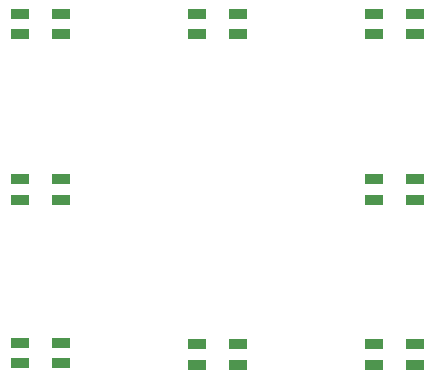
<source format=gbr>
%TF.GenerationSoftware,KiCad,Pcbnew,7.0.9-1.fc39*%
%TF.CreationDate,2023-12-06T14:15:37+00:00*%
%TF.ProjectId,LED PCB V2,4c454420-5043-4422-9056-322e6b696361,rev?*%
%TF.SameCoordinates,Original*%
%TF.FileFunction,Paste,Top*%
%TF.FilePolarity,Positive*%
%FSLAX46Y46*%
G04 Gerber Fmt 4.6, Leading zero omitted, Abs format (unit mm)*
G04 Created by KiCad (PCBNEW 7.0.9-1.fc39) date 2023-12-06 14:15:37*
%MOMM*%
%LPD*%
G01*
G04 APERTURE LIST*
%ADD10R,1.600000X0.850000*%
G04 APERTURE END LIST*
D10*
%TO.C,D1*%
X98250000Y-44125000D03*
X98250000Y-45875000D03*
X101750000Y-45875000D03*
X101750000Y-44125000D03*
%TD*%
%TO.C,D7*%
X128250000Y-44125000D03*
X128250000Y-45875000D03*
X131750000Y-45875000D03*
X131750000Y-44125000D03*
%TD*%
%TO.C,D3*%
X98250000Y-72000000D03*
X98250000Y-73750000D03*
X101750000Y-73750000D03*
X101750000Y-72000000D03*
%TD*%
%TO.C,D6*%
X128250000Y-58125000D03*
X128250000Y-59875000D03*
X131750000Y-59875000D03*
X131750000Y-58125000D03*
%TD*%
%TO.C,D8*%
X113250000Y-44125000D03*
X113250000Y-45875000D03*
X116750000Y-45875000D03*
X116750000Y-44125000D03*
%TD*%
%TO.C,D5*%
X128250000Y-72125000D03*
X128250000Y-73875000D03*
X131750000Y-73875000D03*
X131750000Y-72125000D03*
%TD*%
%TO.C,D4*%
X113250000Y-72125000D03*
X113250000Y-73875000D03*
X116750000Y-73875000D03*
X116750000Y-72125000D03*
%TD*%
%TO.C,D2*%
X101750000Y-58125000D03*
X101750000Y-59875000D03*
X98250000Y-59875000D03*
X98250000Y-58125000D03*
%TD*%
M02*

</source>
